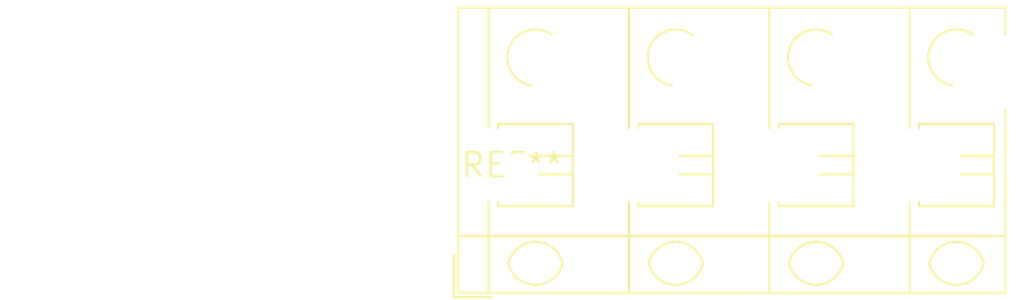
<source format=kicad_pcb>
(kicad_pcb (version 20240108) (generator pcbnew)
  (layers (0 "F.Cu" signal) (31 "B.Cu" signal) (34 "B.Paste" user) (35 "F.Paste" user) (36 "B.SilkS" user "B.Silkscreen") (37 "F.SilkS" user "F.Silkscreen") (38 "B.Mask" user) (39 "F.Mask" user) (44 "Edge.Cuts" user))
  (net 0 "")
  (footprint "TerminalBlock_WAGO_804-304_1x04_P7.50mm_45Degree" (layer "F.Cu") (at 0 0)
    (property "Reference" "REF**")
    (property "Value" "TerminalBlock_WAGO_804-304_1x04_P7.50mm_45Degree")
    (fp_line (start -3.11 4.82) (end -3.11 7.06) (layer "F.SilkS") (stroke (width 0.12)))
    (fp_line (start -3.11 7.06) (end -1.11 7.06) (layer "F.SilkS") (stroke (width 0.12)))
    (fp_line (start -2.87 -8.42) (end -2.87 6.82) (layer "F.SilkS") (stroke (width 0.12)))
    (fp_line (start -2.87 -8.42) (end 26.37 -8.42) (layer "F.SilkS") (stroke (width 0.12)))
    (fp_line (start -2.87 3.8) (end 26.37 3.8) (layer "F.SilkS") (stroke (width 0.12)))
    (fp_line (start -2.87 6.82) (end 26.37 6.82) (layer "F.SilkS") (stroke (width 0.12)))
    (fp_line (start -1.25 -8.42) (end -1.25 -1.98) (layer "F.SilkS") (stroke (width 0.12)))
    (fp_line (start -1.25 1.98) (end -1.25 6.82) (layer "F.SilkS") (stroke (width 0.12)))
    (fp_line (start -0.75 -2.2) (end -0.75 -1.98) (layer "F.SilkS") (stroke (width 0.12)))
    (fp_line (start -0.75 -2.2) (end 3.25 -2.2) (layer "F.SilkS") (stroke (width 0.12)))
    (fp_line (start -0.75 1.98) (end -0.75 2.2) (layer "F.SilkS") (stroke (width 0.12)))
    (fp_line (start -0.75 2.2) (end 3.25 2.2) (layer "F.SilkS") (stroke (width 0.12)))
    (fp_line (start 1.48 -0.5) (end 3.25 -0.5) (layer "F.SilkS") (stroke (width 0.12)))
    (fp_line (start 1.48 0.5) (end 3.25 0.5) (layer "F.SilkS") (stroke (width 0.12)))
    (fp_line (start 3.25 -2.2) (end 3.25 2.2) (layer "F.SilkS") (stroke (width 0.12)))
    (fp_line (start 3.25 -0.5) (end 3.25 0.5) (layer "F.SilkS") (stroke (width 0.12)))
    (fp_line (start 6.25 -8.42) (end 6.25 -1.98) (layer "F.SilkS") (stroke (width 0.12)))
    (fp_line (start 6.25 1.98) (end 6.25 6.82) (layer "F.SilkS") (stroke (width 0.12)))
    (fp_line (start 6.75 -2.2) (end 6.75 -1.98) (layer "F.SilkS") (stroke (width 0.12)))
    (fp_line (start 6.75 -2.2) (end 10.75 -2.2) (layer "F.SilkS") (stroke (width 0.12)))
    (fp_line (start 6.75 1.98) (end 6.75 2.2) (layer "F.SilkS") (stroke (width 0.12)))
    (fp_line (start 6.75 2.2) (end 10.75 2.2) (layer "F.SilkS") (stroke (width 0.12)))
    (fp_line (start 8.98 -0.5) (end 10.75 -0.5) (layer "F.SilkS") (stroke (width 0.12)))
    (fp_line (start 8.98 0.5) (end 10.75 0.5) (layer "F.SilkS") (stroke (width 0.12)))
    (fp_line (start 10.75 -2.2) (end 10.75 2.2) (layer "F.SilkS") (stroke (width 0.12)))
    (fp_line (start 10.75 -0.5) (end 10.75 0.5) (layer "F.SilkS") (stroke (width 0.12)))
    (fp_line (start 13.75 -8.42) (end 13.75 -1.98) (layer "F.SilkS") (stroke (width 0.12)))
    (fp_line (start 13.75 1.98) (end 13.75 6.82) (layer "F.SilkS") (stroke (width 0.12)))
    (fp_line (start 14.25 -2.2) (end 14.25 -1.98) (layer "F.SilkS") (stroke (width 0.12)))
    (fp_line (start 14.25 -2.2) (end 18.25 -2.2) (layer "F.SilkS") (stroke (width 0.12)))
    (fp_line (start 14.25 1.98) (end 14.25 2.2) (layer "F.SilkS") (stroke (width 0.12)))
    (fp_line (start 14.25 2.2) (end 18.25 2.2) (layer "F.SilkS") (stroke (width 0.12)))
    (fp_line (start 16.48 -0.5) (end 18.25 -0.5) (layer "F.SilkS") (stroke (width 0.12)))
    (fp_line (start 16.48 0.5) (end 18.25 0.5) (layer "F.SilkS") (stroke (width 0.12)))
    (fp_line (start 18.25 -2.2) (end 18.25 2.2) (layer "F.SilkS") (stroke (width 0.12)))
    (fp_line (start 18.25 -0.5) (end 18.25 0.5) (layer "F.SilkS") (stroke (width 0.12)))
    (fp_line (start 21.25 -8.42) (end 21.25 -1.98) (layer "F.SilkS") (stroke (width 0.12)))
    (fp_line (start 21.25 1.98) (end 21.25 6.82) (layer "F.SilkS") (stroke (width 0.12)))
    (fp_line (start 21.75 -2.2) (end 21.75 -1.98) (layer "F.SilkS") (stroke (width 0.12)))
    (fp_line (start 21.75 -2.2) (end 25.75 -2.2) (layer "F.SilkS") (stroke (width 0.12)))
    (fp_line (start 21.75 1.98) (end 21.75 2.2) (layer "F.SilkS") (stroke (width 0.12)))
    (fp_line (start 21.75 2.2) (end 25.75 2.2) (layer "F.SilkS") (stroke (width 0.12)))
    (fp_line (start 23.98 -0.5) (end 25.75 -0.5) (layer "F.SilkS") (stroke (width 0.12)))
    (fp_line (start 23.98 0.5) (end 25.75 0.5) (layer "F.SilkS") (stroke (width 0.12)))
    (fp_line (start 25.75 -2.2) (end 25.75 2.2) (layer "F.SilkS") (stroke (width 0.12)))
    (fp_line (start 25.75 -0.5) (end 25.75 0.5) (layer "F.SilkS") (stroke (width 0.12)))
    (fp_line (start 26.37 -8.42) (end 26.37 -6.98) (layer "F.SilkS") (stroke (width 0.12)))
    (fp_line (start 26.37 -3.02) (end 26.37 6.82) (layer "F.SilkS") (stroke (width 0.12)))
    (fp_arc (start -0.200865 5.250424) (mid 1.250296 4.099926) (end 2.701 5.251) (layer "F.SilkS") (stroke (width 0.12)))
    (fp_arc (start 1.040798 -4.264067) (mid -0.146039 -6.300306) (end 2.111 -6.979) (layer "F.SilkS") (stroke (width 0.12)))
    (fp_arc (start 2.7 5.25) (mid 1.250068 6.400101) (end -0.199969 5.250133) (layer "F.SilkS") (stroke (width 0.12)))
    (fp_arc (start 7.299135 5.250424) (mid 8.750296 4.099926) (end 10.201 5.251) (layer "F.SilkS") (stroke (width 0.12)))
    (fp_arc (start 8.540798 -4.264067) (mid 7.353961 -6.300306) (end 9.611 -6.979) (layer "F.SilkS") (stroke (width 0.12)))
    (fp_arc (start 10.2 5.25) (mid 8.750068 6.400101) (end 7.300031 5.250133) (layer "F.SilkS") (stroke (width 0.12)))
    (fp_arc (start 14.799135 5.250424) (mid 16.250296 4.099926) (end 17.701 5.251) (layer "F.SilkS") (stroke (width 0.12)))
    (fp_arc (start 16.040798 -4.264067) (mid 14.853961 -6.300306) (end 17.111 -6.979) (layer "F.SilkS") (stroke (width 0.12)))
    (fp_arc (start 17.7 5.25) (mid 16.250068 6.400101) (end 14.800031 5.250133) (layer "F.SilkS") (stroke (width 0.12)))
    (fp_arc (start 22.299135 5.250424) (mid 23.750296 4.099926) (end 25.201 5.251) (layer "F.SilkS") (stroke (width 0.12)))
    (fp_arc (start 23.540798 -4.264067) (mid 22.353961 -6.300306) (end 24.611 -6.979) (layer "F.SilkS") (stroke (width 0.12)))
    (fp_arc (start 25.2 5.25) (mid 23.750068 6.400101) (end 22.300031 5.250133) (layer "F.SilkS") (stroke (width 0.12)))
    (pad "1" thru_hole rect (at 0 0) (size 2 3) (drill 1.2) (layers *.Cu *.Mask) (remove_unused_layers))
    (pad "1" thru_hole rect (at 2.5 -5) (size 2 3) (drill 1.2) (layers *.Cu *.Mask) (remove_unused_layers))
    (pad "2" thru_hole oval (at 7.5 0) (size 2 3) (drill 1.2) (layers *.Cu *.Mask) (remove_unused_layers))
    (pad "2" thru_hole oval (at 10 -5) (size 2 3) (drill 1.2) (layers *.Cu *.Mask) (remove_unused_layers))
    (pad "3" thru_hole oval (at 15 0) (size 2 3) (drill 1.2) (layers *.Cu *.Mask) (remove_unused_layers))
    (pad "3" thru_hole oval (at 17.5 -5) (size 2 3) (drill 1.2) (layers *.Cu *.Mask) (remove_unused_layers))
    (pad "4" thru_hole oval (at 22.5 0) (size 2 3) (drill 1.2) (layers *.Cu *.Mask) (remove_unused_layers))
    (pad "4" thru_hole oval (at 25 -5) (size 2 3) (drill 1.2) (layers *.Cu *.Mask) (remove_unused_layers))
  )
)
</source>
